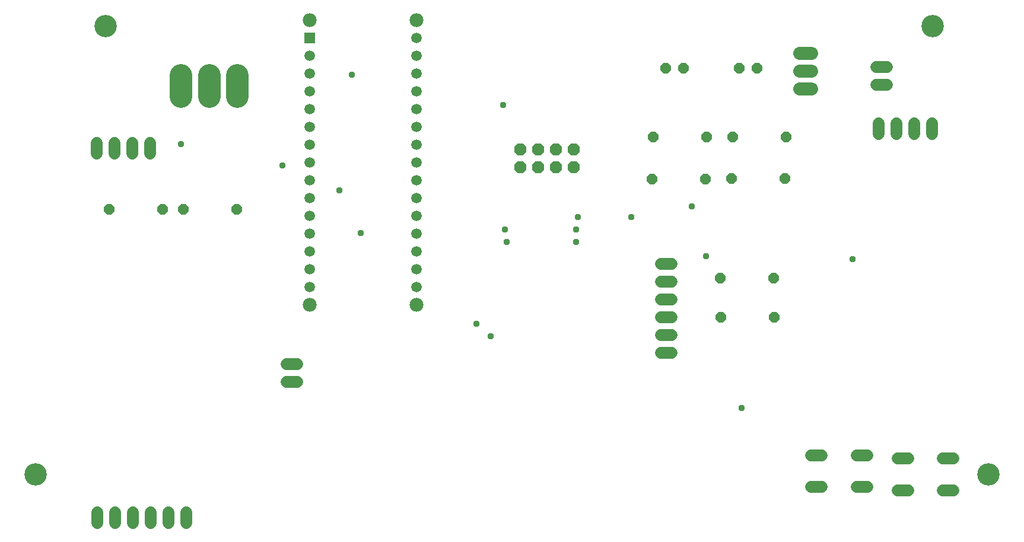
<source format=gbr>
G04 EAGLE Gerber RS-274X export*
G75*
%MOMM*%
%FSLAX34Y34*%
%LPD*%
%INSoldermask Top*%
%IPPOS*%
%AMOC8*
5,1,8,0,0,1.08239X$1,22.5*%
G01*
%ADD10C,3.203200*%
%ADD11C,1.981200*%
%ADD12R,1.511200X1.511200*%
%ADD13C,1.511200*%
%ADD14P,1.649562X8X22.500000*%
%ADD15C,1.727200*%
%ADD16P,1.649562X8X202.500000*%
%ADD17C,3.213100*%
%ADD18P,1.869504X8X22.500000*%
%ADD19C,1.853200*%
%ADD20C,0.959600*%


D10*
X200000Y740000D03*
X1380000Y740000D03*
X100000Y100000D03*
X1460000Y100000D03*
D11*
X491300Y748800D03*
D12*
X491300Y723400D03*
D13*
X491300Y698000D03*
X491300Y672600D03*
X491300Y647200D03*
X491300Y621800D03*
X491300Y596400D03*
X491300Y571000D03*
X491300Y545600D03*
X491300Y520200D03*
X491300Y494800D03*
X491300Y469400D03*
X491300Y444000D03*
X491300Y418600D03*
X491300Y393200D03*
X491300Y367800D03*
X643700Y367800D03*
X643700Y393200D03*
X643700Y418600D03*
X643700Y444000D03*
X643700Y469400D03*
X643700Y494800D03*
X643700Y520200D03*
X643700Y545600D03*
X643700Y571000D03*
X643700Y596400D03*
X643700Y621800D03*
X643700Y647200D03*
X643700Y672600D03*
X643700Y698000D03*
X643700Y723400D03*
D11*
X643700Y748800D03*
X643700Y342400D03*
X491300Y342400D03*
D14*
X1103940Y680080D03*
X1129340Y680080D03*
X999320Y680080D03*
X1024720Y680080D03*
D15*
X1206968Y127106D02*
X1222208Y127106D01*
X1222208Y81894D02*
X1206968Y81894D01*
X1271992Y127106D02*
X1287232Y127106D01*
X1287232Y81894D02*
X1271992Y81894D01*
D16*
X1170660Y581340D03*
X1094460Y581340D03*
X1169720Y522120D03*
X1093520Y522120D03*
X1055900Y521820D03*
X979700Y521820D03*
X1057500Y581980D03*
X981300Y581980D03*
X1154340Y324360D03*
X1078140Y324360D03*
D17*
X387852Y639531D02*
X387852Y669630D01*
X347720Y669630D02*
X347720Y639531D01*
X307588Y639531D02*
X307588Y669630D01*
D15*
X1300080Y681520D02*
X1315320Y681520D01*
X1315320Y656120D02*
X1300080Y656120D01*
X1007460Y273640D02*
X992220Y273640D01*
X992220Y299040D02*
X1007460Y299040D01*
X1007460Y324440D02*
X992220Y324440D01*
X992220Y349840D02*
X1007460Y349840D01*
X1007460Y375240D02*
X992220Y375240D01*
X992220Y400640D02*
X1007460Y400640D01*
D16*
X1153340Y380000D03*
X1077140Y380000D03*
D15*
X1329868Y122606D02*
X1345108Y122606D01*
X1345108Y77394D02*
X1329868Y77394D01*
X1394892Y122606D02*
X1410132Y122606D01*
X1410132Y77394D02*
X1394892Y77394D01*
D16*
X387140Y478400D03*
X310940Y478400D03*
X280880Y478380D03*
X204680Y478380D03*
D15*
X263240Y557920D02*
X263240Y573160D01*
X237840Y573160D02*
X237840Y557920D01*
X212440Y557920D02*
X212440Y573160D01*
X187040Y573160D02*
X187040Y557920D01*
X1379380Y585860D02*
X1379380Y601100D01*
X1353980Y601100D02*
X1353980Y585860D01*
X1328580Y585860D02*
X1328580Y601100D01*
X1303180Y601100D02*
X1303180Y585860D01*
X473020Y232380D02*
X457780Y232380D01*
X457780Y257780D02*
X473020Y257780D01*
D18*
X791900Y538260D03*
X791900Y563660D03*
X817300Y538260D03*
X817300Y563660D03*
X842700Y538260D03*
X842700Y563660D03*
X868100Y538260D03*
X868100Y563660D03*
D19*
X1190630Y701040D02*
X1207130Y701040D01*
X1207130Y675640D02*
X1190630Y675640D01*
X1190630Y650240D02*
X1207130Y650240D01*
D15*
X314960Y45720D02*
X314960Y30480D01*
X289560Y30480D02*
X289560Y45720D01*
X264160Y45720D02*
X264160Y30480D01*
X238760Y30480D02*
X238760Y45720D01*
X213360Y45720D02*
X213360Y30480D01*
X187960Y30480D02*
X187960Y45720D01*
D20*
X563880Y444500D03*
X452120Y541020D03*
X767080Y627380D03*
X1266190Y407670D03*
X1056640Y411480D03*
X551180Y670560D03*
X949960Y467360D03*
X873760Y467360D03*
X1036320Y482600D03*
X728980Y314960D03*
X1107280Y194940D03*
X749300Y297180D03*
X307340Y571500D03*
X871220Y431800D03*
X772160Y431800D03*
X871220Y449580D03*
X769620Y449580D03*
X533400Y505460D03*
M02*

</source>
